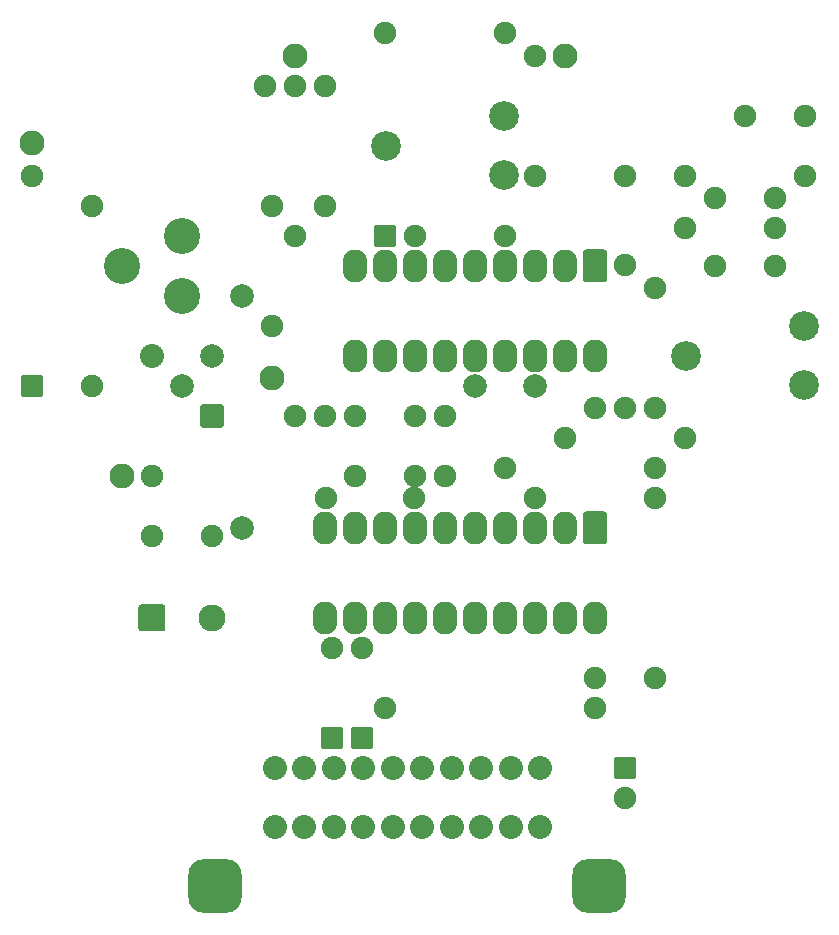
<source format=gts>
G04 #@! TF.GenerationSoftware,KiCad,Pcbnew,6.0.1-79c1e3a40b~116~ubuntu20.04.1*
G04 #@! TF.CreationDate,2022-02-05T14:03:54+01:00*
G04 #@! TF.ProjectId,modulator,6d6f6475-6c61-4746-9f72-2e6b69636164,1.0*
G04 #@! TF.SameCoordinates,PX6acfc00PY8e18f40*
G04 #@! TF.FileFunction,Soldermask,Top*
G04 #@! TF.FilePolarity,Negative*
%FSLAX46Y46*%
G04 Gerber Fmt 4.6, Leading zero omitted, Abs format (unit mm)*
G04 Created by KiCad (PCBNEW 6.0.1-79c1e3a40b~116~ubuntu20.04.1) date 2022-02-05 14:03:54*
%MOMM*%
%LPD*%
G01*
G04 APERTURE LIST*
G04 Aperture macros list*
%AMRoundRect*
0 Rectangle with rounded corners*
0 $1 Rounding radius*
0 $2 $3 $4 $5 $6 $7 $8 $9 X,Y pos of 4 corners*
0 Add a 4 corners polygon primitive as box body*
4,1,4,$2,$3,$4,$5,$6,$7,$8,$9,$2,$3,0*
0 Add four circle primitives for the rounded corners*
1,1,$1+$1,$2,$3*
1,1,$1+$1,$4,$5*
1,1,$1+$1,$6,$7*
1,1,$1+$1,$8,$9*
0 Add four rect primitives between the rounded corners*
20,1,$1+$1,$2,$3,$4,$5,0*
20,1,$1+$1,$4,$5,$6,$7,0*
20,1,$1+$1,$6,$7,$8,$9,0*
20,1,$1+$1,$8,$9,$2,$3,0*%
G04 Aperture macros list end*
%ADD10C,2.108000*%
%ADD11C,1.905000*%
%ADD12RoundRect,0.254000X0.750000X-0.750000X0.750000X0.750000X-0.750000X0.750000X-0.750000X-0.750000X0*%
%ADD13C,2.008000*%
%ADD14RoundRect,1.254000X-1.000000X-1.000000X1.000000X-1.000000X1.000000X1.000000X-1.000000X1.000000X0*%
%ADD15C,2.032000*%
%ADD16C,3.048000*%
%ADD17C,2.508000*%
%ADD18RoundRect,0.254000X0.787400X1.143000X-0.787400X1.143000X-0.787400X-1.143000X0.787400X-1.143000X0*%
%ADD19O,2.082800X2.794000*%
%ADD20RoundRect,0.254000X-0.698500X0.698500X-0.698500X-0.698500X0.698500X-0.698500X0.698500X0.698500X0*%
%ADD21RoundRect,0.254000X-0.698500X-0.698500X0.698500X-0.698500X0.698500X0.698500X-0.698500X0.698500X0*%
%ADD22RoundRect,0.254000X0.698500X-0.698500X0.698500X0.698500X-0.698500X0.698500X-0.698500X-0.698500X0*%
%ADD23RoundRect,0.254000X-0.889000X-0.889000X0.889000X-0.889000X0.889000X0.889000X-0.889000X0.889000X0*%
%ADD24C,2.286000*%
G04 APERTURE END LIST*
D10*
X7380000Y67974000D03*
D11*
X47385000Y40415000D03*
X60085000Y40415000D03*
X49925000Y37875000D03*
X60085000Y37875000D03*
D12*
X22620000Y44860000D03*
D13*
X22620000Y49940000D03*
X20080000Y47400000D03*
D14*
X22879080Y5030260D03*
X55380920Y5030260D03*
D15*
X37880320Y10028980D03*
X35380960Y10028980D03*
X32881600Y10028980D03*
X30379700Y10028980D03*
X27880340Y10028980D03*
X40379680Y10028980D03*
X42879040Y10028980D03*
X45380940Y10028980D03*
X47880300Y10028980D03*
X50379660Y10028980D03*
X50379660Y15027700D03*
X47880300Y15027700D03*
X45380940Y15027700D03*
X42879040Y15027700D03*
X40379680Y15027700D03*
X27880340Y15027700D03*
X30379700Y15027700D03*
X32881600Y15027700D03*
X35380960Y15027700D03*
X37880320Y15027700D03*
D10*
X29605000Y75340000D03*
X15000000Y39780000D03*
X52465000Y75340000D03*
D16*
X20080000Y55020000D03*
X15000000Y57560000D03*
X20080000Y60100000D03*
D10*
X27700000Y48035000D03*
D17*
X72706260Y52439360D03*
X72706260Y47440640D03*
X62703740Y49940000D03*
X47306260Y70219360D03*
X47306260Y65220640D03*
X37303740Y67720000D03*
D11*
X55005000Y20095000D03*
X37225000Y20095000D03*
X12460000Y47400000D03*
X12460000Y62640000D03*
X47385000Y77245000D03*
X37225000Y77245000D03*
X60085000Y55655000D03*
X60085000Y45495000D03*
X62625000Y65180000D03*
X72785000Y65180000D03*
D15*
X17540000Y49940000D03*
D11*
X17540000Y39780000D03*
X32145000Y72800000D03*
X32145000Y62640000D03*
X49925000Y75340000D03*
X49925000Y65180000D03*
X27700000Y52480000D03*
X27700000Y62640000D03*
X52465000Y42955000D03*
X62625000Y42955000D03*
X39765000Y60100000D03*
X47385000Y60100000D03*
X70245000Y60735000D03*
X62625000Y60735000D03*
D18*
X55005000Y35335000D03*
D19*
X52465000Y35335000D03*
X49925000Y35335000D03*
X47385000Y35335000D03*
X44845000Y35335000D03*
X42305000Y35335000D03*
X39765000Y35335000D03*
X37225000Y35335000D03*
X34685000Y35335000D03*
X32145000Y35335000D03*
X32145000Y27715000D03*
X34685000Y27715000D03*
X37225000Y27715000D03*
X39765000Y27715000D03*
X42305000Y27715000D03*
X44845000Y27715000D03*
X47385000Y27715000D03*
X49925000Y27715000D03*
X52465000Y27715000D03*
X55005000Y27715000D03*
D18*
X55005000Y57560000D03*
D19*
X52465000Y57560000D03*
X49925000Y57560000D03*
X47385000Y57560000D03*
X44845000Y57560000D03*
X42305000Y57560000D03*
X39765000Y57560000D03*
X37225000Y57560000D03*
X34685000Y57560000D03*
X34685000Y49940000D03*
X37225000Y49940000D03*
X39765000Y49940000D03*
X42305000Y49940000D03*
X44845000Y49940000D03*
X47385000Y49940000D03*
X49925000Y49940000D03*
X52465000Y49940000D03*
X55005000Y49940000D03*
D20*
X35320000Y17555000D03*
D11*
X35320000Y25175000D03*
D21*
X37225000Y60100000D03*
D11*
X29605000Y60100000D03*
D20*
X32780000Y17555000D03*
D11*
X32780000Y25175000D03*
D22*
X7380000Y47400000D03*
D11*
X7380000Y65180000D03*
X57545000Y57620960D03*
X57545000Y65119040D03*
D23*
X17540000Y27715000D03*
D24*
X22620000Y27715000D03*
D11*
X67705000Y70260000D03*
X72785000Y70260000D03*
X55005000Y22635000D03*
X60085000Y22635000D03*
X70245000Y63275000D03*
X65165000Y63275000D03*
X17540000Y34700000D03*
X22620000Y34700000D03*
X70245000Y57560000D03*
X65165000Y57560000D03*
D20*
X57545000Y15015000D03*
D11*
X57545000Y12475000D03*
X29605000Y44860000D03*
X32145000Y44860000D03*
X29605000Y72800000D03*
X27065000Y72800000D03*
X55005000Y45495000D03*
X57545000Y45495000D03*
X42305000Y39780000D03*
X42305000Y44860000D03*
X39765000Y39780000D03*
X39765000Y44860000D03*
X34685000Y44860000D03*
X34685000Y39780000D03*
X39704040Y37875000D03*
X32205960Y37875000D03*
D13*
X44845000Y47400000D03*
X49925000Y47400000D03*
X25160000Y55020000D03*
X25160000Y35335000D03*
M02*

</source>
